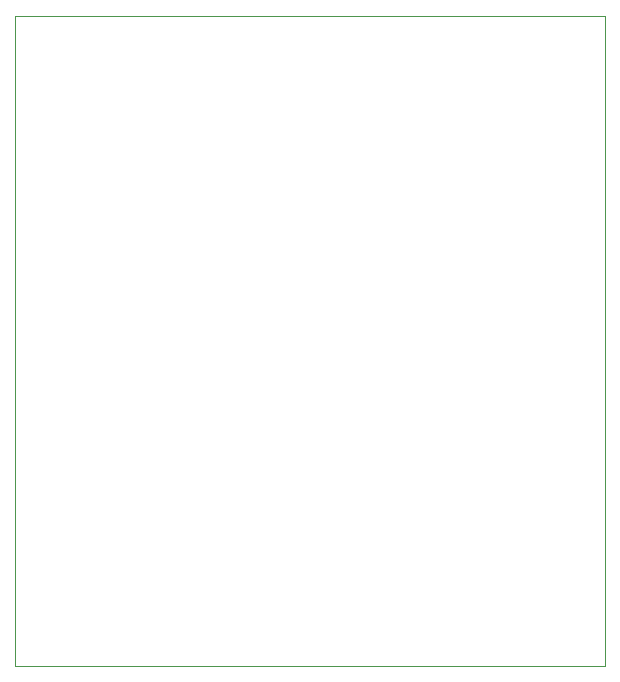
<source format=gko>
G04*
G04 #@! TF.GenerationSoftware,Altium Limited,Altium Designer,19.1.8 (144)*
G04*
G04 Layer_Color=12455423*
%FSLAX25Y25*%
%MOIN*%
G70*
G01*
G75*
%ADD57C,0.00100*%
D57*
X0Y0D02*
Y216535D01*
X196850D01*
X196850Y0D01*
X0D02*
X196850D01*
M02*

</source>
